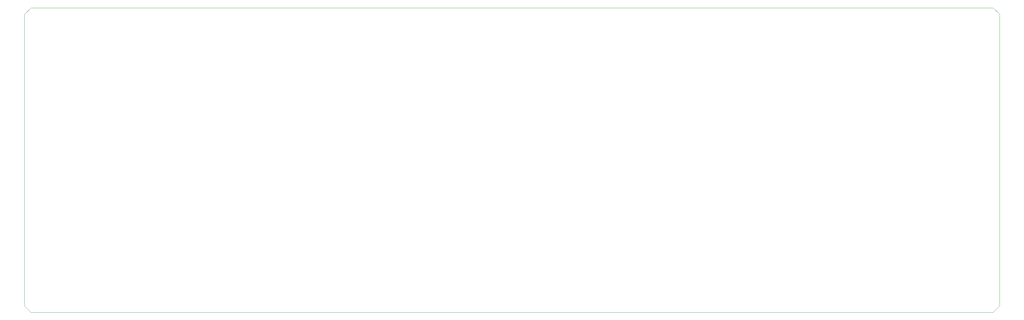
<source format=gbr>
%TF.GenerationSoftware,KiCad,Pcbnew,5.1.6*%
%TF.CreationDate,2020-07-10T22:02:12+02:00*%
%TF.ProjectId,zedekiel,7a656465-6b69-4656-9c2e-6b696361645f,rev?*%
%TF.SameCoordinates,Original*%
%TF.FileFunction,Profile,NP*%
%FSLAX46Y46*%
G04 Gerber Fmt 4.6, Leading zero omitted, Abs format (unit mm)*
G04 Created by KiCad (PCBNEW 5.1.6) date 2020-07-10 22:02:12*
%MOMM*%
%LPD*%
G01*
G04 APERTURE LIST*
%TA.AperFunction,Profile*%
%ADD10C,0.050000*%
%TD*%
G04 APERTURE END LIST*
D10*
X20400000Y-113400000D02*
X20400000Y-22400000D01*
X22400000Y-115400000D02*
X20400000Y-113400000D01*
X322400000Y-115400000D02*
X22400000Y-115400000D01*
X324400000Y-113400000D02*
X322400000Y-115400000D01*
X324400000Y-22400000D02*
X324400000Y-113400000D01*
X322400000Y-20400000D02*
X324400000Y-22400000D01*
X22400000Y-20400000D02*
X322400000Y-20400000D01*
X20400000Y-22400000D02*
X22400000Y-20400000D01*
M02*

</source>
